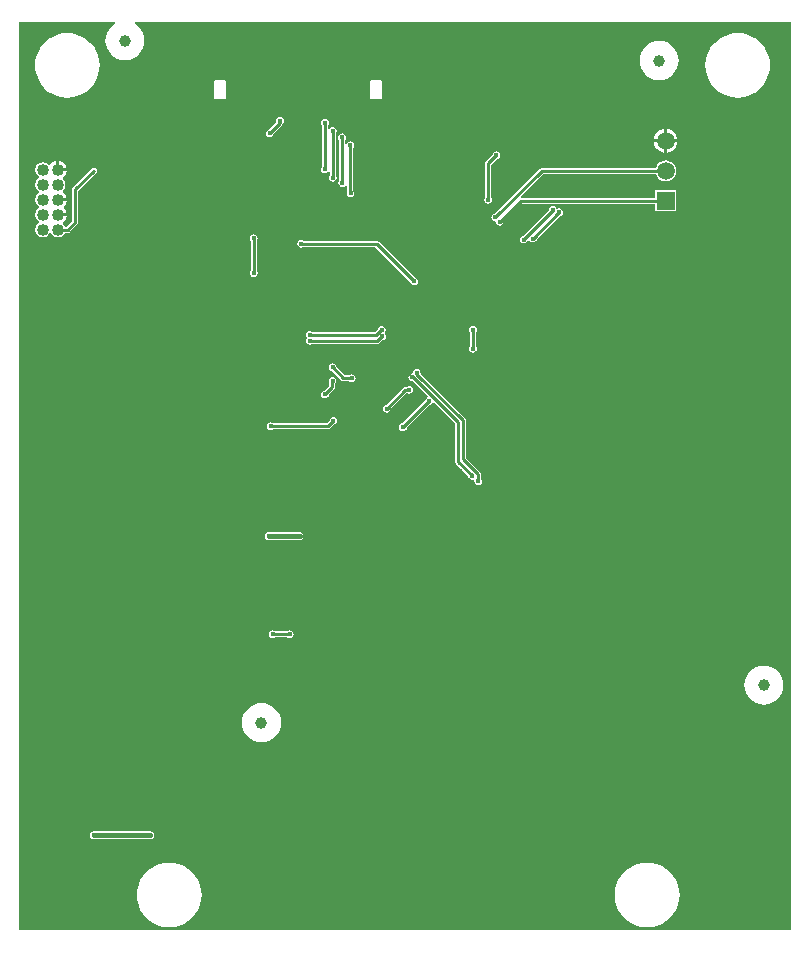
<source format=gbl>
G04*
G04 #@! TF.GenerationSoftware,Altium Limited,Altium Designer,21.5.1 (32)*
G04*
G04 Layer_Physical_Order=2*
G04 Layer_Color=16711680*
%FSLAX44Y44*%
%MOMM*%
G71*
G04*
G04 #@! TF.SameCoordinates,0E2919AE-DD84-4551-AE54-A21CBF32AF33*
G04*
G04*
G04 #@! TF.FilePolarity,Positive*
G04*
G01*
G75*
%ADD12C,0.2540*%
%ADD15C,0.3810*%
%ADD19C,1.0000*%
%ADD82C,1.0160*%
%ADD83R,1.5000X1.5000*%
%ADD84C,1.5000*%
%ADD85C,0.4000*%
G36*
X712228Y51056D02*
X58674D01*
Y819914D01*
X139502D01*
X139820Y818644D01*
X138831Y818116D01*
X136317Y816052D01*
X134254Y813539D01*
X132721Y810670D01*
X131777Y807558D01*
X131458Y804322D01*
X131777Y801085D01*
X132721Y797973D01*
X134254Y795105D01*
X136317Y792591D01*
X138831Y790528D01*
X141699Y788995D01*
X144811Y788051D01*
X148048Y787732D01*
X151285Y788051D01*
X154397Y788995D01*
X157265Y790528D01*
X159779Y792591D01*
X161842Y795105D01*
X163375Y797973D01*
X164319Y801085D01*
X164638Y804322D01*
X164319Y807558D01*
X163375Y810670D01*
X161842Y813539D01*
X159779Y816052D01*
X157265Y818116D01*
X156276Y818644D01*
X156594Y819914D01*
X712228D01*
Y51056D01*
D02*
G37*
%LPC*%
G36*
X600456Y803990D02*
X597220Y803671D01*
X594107Y802727D01*
X591239Y801194D01*
X588725Y799131D01*
X586662Y796617D01*
X585129Y793749D01*
X584185Y790637D01*
X583866Y787400D01*
X584185Y784164D01*
X585129Y781051D01*
X586662Y778183D01*
X588725Y775669D01*
X591239Y773606D01*
X594107Y772073D01*
X597220Y771129D01*
X600456Y770810D01*
X603693Y771129D01*
X606805Y772073D01*
X609673Y773606D01*
X612187Y775669D01*
X614250Y778183D01*
X615783Y781051D01*
X616727Y784164D01*
X617046Y787400D01*
X616727Y790637D01*
X615783Y793749D01*
X614250Y796617D01*
X612187Y799131D01*
X609673Y801194D01*
X606805Y802727D01*
X603693Y803671D01*
X600456Y803990D01*
D02*
G37*
G36*
X666842Y810691D02*
X662557Y810354D01*
X658378Y809351D01*
X654408Y807706D01*
X650743Y805460D01*
X647475Y802669D01*
X644684Y799401D01*
X642438Y795736D01*
X640793Y791765D01*
X639790Y787586D01*
X639453Y783302D01*
X639790Y779017D01*
X640793Y774838D01*
X642438Y770867D01*
X644684Y767203D01*
X647475Y763934D01*
X650743Y761143D01*
X654408Y758897D01*
X658378Y757253D01*
X662557Y756249D01*
X666842Y755912D01*
X671127Y756249D01*
X675306Y757253D01*
X679277Y758897D01*
X682941Y761143D01*
X686209Y763934D01*
X689000Y767203D01*
X691246Y770867D01*
X692891Y774838D01*
X693894Y779017D01*
X694231Y783302D01*
X693894Y787586D01*
X692891Y791765D01*
X691246Y795736D01*
X689000Y799401D01*
X686209Y802669D01*
X682941Y805460D01*
X679277Y807706D01*
X675306Y809351D01*
X671127Y810354D01*
X666842Y810691D01*
D02*
G37*
G36*
X99365D02*
X95080Y810354D01*
X90901Y809351D01*
X86931Y807706D01*
X83266Y805460D01*
X79998Y802669D01*
X77207Y799401D01*
X74961Y795736D01*
X73316Y791765D01*
X72313Y787586D01*
X71976Y783302D01*
X72313Y779017D01*
X73316Y774838D01*
X74961Y770867D01*
X77207Y767203D01*
X79998Y763934D01*
X83266Y761143D01*
X86931Y758897D01*
X90901Y757253D01*
X95080Y756249D01*
X99365Y755912D01*
X103650Y756249D01*
X107829Y757253D01*
X111800Y758897D01*
X115464Y761143D01*
X118732Y763934D01*
X121524Y767203D01*
X123769Y770867D01*
X125414Y774838D01*
X126417Y779017D01*
X126755Y783302D01*
X126417Y787586D01*
X125414Y791765D01*
X123769Y795736D01*
X121524Y799401D01*
X118732Y802669D01*
X115464Y805460D01*
X111800Y807706D01*
X107829Y809351D01*
X103650Y810354D01*
X99365Y810691D01*
D02*
G37*
G36*
X364642Y770695D02*
X356642D01*
X355670Y770292D01*
X355268Y769320D01*
Y756320D01*
X355670Y755348D01*
X356642Y754945D01*
X364642D01*
X365614Y755348D01*
X366017Y756320D01*
Y769320D01*
X365614Y770292D01*
X364642Y770695D01*
D02*
G37*
G36*
X232643D02*
X224643D01*
X223671Y770292D01*
X223268Y769320D01*
Y756320D01*
X223671Y755348D01*
X224643Y754945D01*
X232643D01*
X233615Y755348D01*
X234017Y756320D01*
Y769320D01*
X233615Y770292D01*
X232643Y770695D01*
D02*
G37*
G36*
X279387Y739667D02*
X278111Y739414D01*
X277030Y738691D01*
X276307Y737609D01*
X276053Y736333D01*
X276266Y735266D01*
X270100Y729100D01*
X269234Y728928D01*
X268153Y728205D01*
X267430Y727123D01*
X267176Y725847D01*
X267430Y724572D01*
X268153Y723490D01*
X269234Y722767D01*
X270510Y722513D01*
X271786Y722767D01*
X272868Y723490D01*
X273590Y724572D01*
X273762Y725437D01*
X280939Y732614D01*
X281501Y733454D01*
X281583Y733867D01*
X281745Y733976D01*
X282468Y735057D01*
X282721Y736333D01*
X282468Y737609D01*
X281745Y738691D01*
X280663Y739414D01*
X279387Y739667D01*
D02*
G37*
G36*
X607152Y729433D02*
Y720744D01*
X615841D01*
X615664Y722095D01*
X614652Y724537D01*
X613043Y726634D01*
X610945Y728244D01*
X608503Y729255D01*
X607152Y729433D01*
D02*
G37*
G36*
X604612D02*
X603261Y729255D01*
X600819Y728244D01*
X598721Y726634D01*
X597112Y724537D01*
X596101Y722095D01*
X595923Y720744D01*
X604612D01*
Y729433D01*
D02*
G37*
G36*
X615841Y718204D02*
X607152D01*
Y709514D01*
X608503Y709692D01*
X610945Y710704D01*
X613043Y712313D01*
X614652Y714410D01*
X615664Y716853D01*
X615841Y718204D01*
D02*
G37*
G36*
X604612D02*
X595923D01*
X596101Y716853D01*
X597112Y714410D01*
X598721Y712313D01*
X600819Y710704D01*
X603261Y709692D01*
X604612Y709514D01*
Y718204D01*
D02*
G37*
G36*
X89916Y702523D02*
X89197Y702428D01*
X87343Y701660D01*
X85751Y700439D01*
X84825Y699232D01*
X83384Y699103D01*
X83064Y699582D01*
X80964Y700986D01*
X78486Y701478D01*
X76008Y700986D01*
X73908Y699582D01*
X72504Y697482D01*
X72012Y695004D01*
X72504Y692526D01*
X73908Y690426D01*
X75479Y689377D01*
Y687932D01*
X73908Y686882D01*
X72504Y684782D01*
X72012Y682304D01*
X72504Y679826D01*
X73908Y677726D01*
X75479Y676676D01*
Y675231D01*
X73908Y674182D01*
X72504Y672082D01*
X72012Y669604D01*
X72504Y667126D01*
X73908Y665026D01*
X75479Y663977D01*
Y662532D01*
X73908Y661482D01*
X72504Y659382D01*
X72012Y656904D01*
X72504Y654426D01*
X73908Y652326D01*
X75479Y651276D01*
Y649831D01*
X73908Y648782D01*
X72504Y646682D01*
X72012Y644204D01*
X72504Y641726D01*
X73908Y639626D01*
X76008Y638222D01*
X78486Y637730D01*
X80964Y638222D01*
X83064Y639626D01*
X84114Y641197D01*
X85559D01*
X86608Y639626D01*
X88708Y638222D01*
X91186Y637730D01*
X93664Y638222D01*
X95764Y639626D01*
X97093Y641614D01*
X99568D01*
X100559Y641811D01*
X101399Y642373D01*
X107926Y648899D01*
X108487Y649740D01*
X108684Y650731D01*
Y677339D01*
X123847Y692502D01*
X124409Y693342D01*
X124606Y694333D01*
X124409Y695324D01*
X123847Y696165D01*
X123007Y696726D01*
X122016Y696923D01*
X121025Y696726D01*
X120185Y696165D01*
X104263Y680243D01*
X103702Y679403D01*
X103505Y678412D01*
Y651803D01*
X98495Y646794D01*
X97093D01*
X95764Y648782D01*
X95285Y649102D01*
X95414Y650544D01*
X96621Y651469D01*
X97842Y653061D01*
X98610Y654915D01*
X98705Y655634D01*
X91186D01*
Y658174D01*
X98705D01*
X98610Y658893D01*
X97842Y660747D01*
X96621Y662339D01*
X96255Y662619D01*
Y663889D01*
X96621Y664169D01*
X97842Y665761D01*
X98610Y667615D01*
X98705Y668334D01*
X91186D01*
Y670874D01*
X98705D01*
X98610Y671593D01*
X97842Y673447D01*
X96621Y675039D01*
X95414Y675965D01*
X95285Y677406D01*
X95764Y677726D01*
X97168Y679826D01*
X97660Y682304D01*
X97168Y684782D01*
X95764Y686882D01*
X95285Y687202D01*
X95414Y688643D01*
X96621Y689569D01*
X97842Y691161D01*
X98610Y693015D01*
X98705Y693734D01*
X91186D01*
Y695004D01*
X89916D01*
Y702523D01*
D02*
G37*
G36*
X92456D02*
Y696274D01*
X98705D01*
X98610Y696993D01*
X97842Y698847D01*
X96621Y700439D01*
X95029Y701660D01*
X93175Y702428D01*
X92456Y702523D01*
D02*
G37*
G36*
X605882Y702919D02*
X603593Y702618D01*
X601459Y701734D01*
X599627Y700328D01*
X598222Y698496D01*
X597462Y696663D01*
X501034D01*
X500043Y696466D01*
X499202Y695905D01*
X461415Y658117D01*
X460461Y657927D01*
X459379Y657205D01*
X458657Y656123D01*
X458403Y654847D01*
X458657Y653571D01*
X459379Y652490D01*
X460461Y651767D01*
X460866Y651686D01*
X461904Y651011D01*
X462140Y650298D01*
X462266Y649664D01*
X462989Y648582D01*
X464071Y647859D01*
X465346Y647606D01*
X466622Y647859D01*
X467704Y648582D01*
X468427Y649664D01*
X468599Y650530D01*
X484153Y666084D01*
X597112D01*
Y659904D01*
X614652D01*
Y677444D01*
X597112D01*
Y671263D01*
X483682D01*
X483156Y672533D01*
X502106Y691484D01*
X597462D01*
X598222Y689651D01*
X599627Y687819D01*
X601459Y686413D01*
X603593Y685529D01*
X605882Y685228D01*
X608172Y685529D01*
X610305Y686413D01*
X612137Y687819D01*
X613543Y689651D01*
X614426Y691784D01*
X614728Y694074D01*
X614426Y696363D01*
X613543Y698496D01*
X612137Y700328D01*
X610305Y701734D01*
X608172Y702618D01*
X605882Y702919D01*
D02*
G37*
G36*
X317386Y738043D02*
X316111Y737789D01*
X315029Y737066D01*
X314306Y735984D01*
X314052Y734708D01*
X314306Y733433D01*
X314797Y732699D01*
Y697208D01*
X314306Y696474D01*
X314052Y695198D01*
X314306Y693922D01*
X315029Y692840D01*
X316111Y692118D01*
X317386Y691864D01*
X318662Y692118D01*
X319744Y692840D01*
X320210Y693538D01*
X321480Y693153D01*
Y690299D01*
X321024Y689616D01*
X320770Y688340D01*
X321024Y687064D01*
X321746Y685983D01*
X322828Y685260D01*
X324104Y685006D01*
X325380Y685260D01*
X326461Y685983D01*
X327184Y687064D01*
X327438Y688340D01*
X327184Y689616D01*
X326660Y690401D01*
Y726186D01*
X327082Y726817D01*
X327336Y728093D01*
X327082Y729369D01*
X326359Y730451D01*
X325277Y731174D01*
X324002Y731428D01*
X322726Y731174D01*
X321644Y730451D01*
X321246Y729856D01*
X319976Y730241D01*
Y732699D01*
X320467Y733433D01*
X320720Y734708D01*
X320467Y735984D01*
X319744Y737066D01*
X318662Y737789D01*
X317386Y738043D01*
D02*
G37*
G36*
X331978Y725710D02*
X330702Y725456D01*
X329621Y724734D01*
X328898Y723652D01*
X328644Y722376D01*
X328898Y721100D01*
X329388Y720366D01*
Y685616D01*
X329062Y685128D01*
X328808Y683852D01*
X329062Y682576D01*
X329785Y681494D01*
X330867Y680772D01*
X332142Y680518D01*
X333418Y680772D01*
X334500Y681494D01*
X336201Y681760D01*
X336413Y681606D01*
Y677012D01*
X336010Y676408D01*
X335756Y675132D01*
X336010Y673856D01*
X336732Y672775D01*
X337814Y672052D01*
X339090Y671798D01*
X340366Y672052D01*
X341447Y672775D01*
X342170Y673856D01*
X342424Y675132D01*
X342170Y676408D01*
X341593Y677272D01*
Y713734D01*
X342083Y714468D01*
X342337Y715744D01*
X342083Y717019D01*
X341361Y718101D01*
X340279Y718824D01*
X339003Y719078D01*
X337727Y718824D01*
X336646Y718101D01*
X335923Y717019D01*
X335838Y716592D01*
X334568Y716717D01*
Y720366D01*
X335058Y721100D01*
X335312Y722376D01*
X335058Y723652D01*
X334336Y724734D01*
X333254Y725456D01*
X331978Y725710D01*
D02*
G37*
G36*
X462534Y710618D02*
X461258Y710365D01*
X460177Y709642D01*
X459454Y708560D01*
X459282Y707694D01*
X453810Y702223D01*
X453249Y701383D01*
X453052Y700392D01*
Y671554D01*
X452561Y670820D01*
X452308Y669544D01*
X452561Y668268D01*
X453284Y667187D01*
X454366Y666464D01*
X455642Y666210D01*
X456917Y666464D01*
X457999Y667187D01*
X458722Y668268D01*
X458976Y669544D01*
X458722Y670820D01*
X458231Y671554D01*
Y699319D01*
X462944Y704032D01*
X463810Y704204D01*
X464892Y704927D01*
X465614Y706008D01*
X465868Y707284D01*
X465614Y708560D01*
X464892Y709642D01*
X463810Y710365D01*
X462534Y710618D01*
D02*
G37*
G36*
X510443Y664496D02*
X509167Y664242D01*
X508086Y663520D01*
X507363Y662438D01*
X507127Y661251D01*
X484963Y639087D01*
X484419Y638979D01*
X483337Y638256D01*
X482614Y637175D01*
X482360Y635899D01*
X482614Y634623D01*
X483337Y633541D01*
X484419Y632819D01*
X485695Y632565D01*
X486970Y632819D01*
X488052Y633541D01*
X488775Y634623D01*
X488784Y634669D01*
X490255Y635555D01*
X490478Y635488D01*
X491200Y634406D01*
X492282Y633684D01*
X493558Y633430D01*
X494834Y633684D01*
X495915Y634406D01*
X496638Y635488D01*
X496810Y636354D01*
X516092Y655636D01*
X516896Y655796D01*
X517977Y656518D01*
X518700Y657600D01*
X518954Y658876D01*
X518700Y660152D01*
X517977Y661234D01*
X516896Y661956D01*
X515620Y662210D01*
X514344Y661956D01*
X513294Y662782D01*
X512801Y663520D01*
X511719Y664242D01*
X510443Y664496D01*
D02*
G37*
G36*
X257048Y640366D02*
X255772Y640112D01*
X254690Y639389D01*
X253968Y638308D01*
X253714Y637032D01*
X253968Y635756D01*
X254553Y634881D01*
Y609624D01*
X254062Y608890D01*
X253808Y607615D01*
X254062Y606339D01*
X254785Y605257D01*
X255867Y604534D01*
X257143Y604281D01*
X258418Y604534D01*
X259500Y605257D01*
X260223Y606339D01*
X260476Y607615D01*
X260223Y608890D01*
X259732Y609624D01*
Y635163D01*
X260128Y635756D01*
X260382Y637032D01*
X260128Y638308D01*
X259405Y639389D01*
X258324Y640112D01*
X257048Y640366D01*
D02*
G37*
G36*
X297372Y635697D02*
X296097Y635444D01*
X295015Y634721D01*
X294292Y633639D01*
X294038Y632363D01*
X294292Y631087D01*
X295015Y630006D01*
X296097Y629283D01*
X297372Y629029D01*
X298648Y629283D01*
X299382Y629773D01*
X360171D01*
X389811Y600134D01*
X389983Y599268D01*
X390706Y598186D01*
X391788Y597463D01*
X393064Y597209D01*
X394339Y597463D01*
X395421Y598186D01*
X396144Y599268D01*
X396398Y600544D01*
X396144Y601819D01*
X395421Y602901D01*
X394339Y603624D01*
X393474Y603796D01*
X363075Y634194D01*
X362235Y634756D01*
X361244Y634953D01*
X299382D01*
X298648Y635444D01*
X297372Y635697D01*
D02*
G37*
G36*
X365434Y562841D02*
X364158Y562587D01*
X363076Y561864D01*
X362353Y560783D01*
X362279Y560410D01*
X359893Y558024D01*
X306556D01*
X305822Y558514D01*
X304546Y558768D01*
X303270Y558514D01*
X302188Y557791D01*
X301466Y556710D01*
X301212Y555434D01*
X301466Y554158D01*
X302188Y553077D01*
Y552522D01*
X301466Y551440D01*
X301212Y550164D01*
X301466Y548888D01*
X302188Y547807D01*
X303270Y547084D01*
X304546Y546830D01*
X305822Y547084D01*
X306556Y547574D01*
X361721D01*
X362712Y547771D01*
X363552Y548333D01*
X365756Y550536D01*
X365811Y550525D01*
X367087Y550779D01*
X368169Y551502D01*
X368891Y552583D01*
X369145Y553859D01*
X368891Y555135D01*
X368169Y556217D01*
X368182Y557735D01*
X368514Y558231D01*
X368768Y559507D01*
X368514Y560783D01*
X367791Y561864D01*
X366709Y562587D01*
X365434Y562841D01*
D02*
G37*
G36*
X442722D02*
X441446Y562587D01*
X440364Y561864D01*
X439642Y560783D01*
X439388Y559507D01*
X439642Y558231D01*
X440132Y557497D01*
Y545570D01*
X439642Y544836D01*
X439388Y543560D01*
X439642Y542284D01*
X440364Y541203D01*
X441446Y540480D01*
X442722Y540226D01*
X443998Y540480D01*
X445079Y541203D01*
X445802Y542284D01*
X446056Y543560D01*
X445802Y544836D01*
X445312Y545570D01*
Y557497D01*
X445802Y558231D01*
X446056Y559507D01*
X445802Y560783D01*
X445079Y561864D01*
X443998Y562587D01*
X442722Y562841D01*
D02*
G37*
G36*
X323850Y531146D02*
X322574Y530892D01*
X321493Y530169D01*
X320770Y529088D01*
X320516Y527812D01*
X320770Y526536D01*
X321493Y525454D01*
X322574Y524732D01*
X323440Y524560D01*
X331312Y516688D01*
X332152Y516127D01*
X333143Y515929D01*
X338021D01*
X338755Y515439D01*
X340031Y515185D01*
X341306Y515439D01*
X342388Y516162D01*
X343111Y517243D01*
X343365Y518519D01*
X343111Y519795D01*
X342388Y520877D01*
X341306Y521599D01*
X340031Y521853D01*
X338755Y521599D01*
X338021Y521109D01*
X334216D01*
X327103Y528222D01*
X326930Y529088D01*
X326208Y530169D01*
X325126Y530892D01*
X323850Y531146D01*
D02*
G37*
G36*
X388919Y512096D02*
X387643Y511842D01*
X386562Y511119D01*
X386530Y511072D01*
X385388D01*
X384398Y510875D01*
X383557Y510314D01*
X369248Y496005D01*
X368382Y495833D01*
X367301Y495110D01*
X366578Y494028D01*
X366324Y492752D01*
X366578Y491476D01*
X367301Y490395D01*
X368382Y489672D01*
X369658Y489418D01*
X370934Y489672D01*
X372016Y490395D01*
X372738Y491476D01*
X372911Y492342D01*
X386461Y505893D01*
X387327D01*
X387643Y505682D01*
X388919Y505428D01*
X390195Y505682D01*
X391277Y506404D01*
X391999Y507486D01*
X392253Y508762D01*
X391999Y510038D01*
X391277Y511119D01*
X390195Y511842D01*
X388919Y512096D01*
D02*
G37*
G36*
X323850Y519462D02*
X322574Y519208D01*
X321493Y518485D01*
X320770Y517404D01*
X320516Y516128D01*
X320770Y514852D01*
X320981Y514536D01*
Y512176D01*
X316863Y508059D01*
X316186Y507924D01*
X315105Y507201D01*
X314382Y506120D01*
X314128Y504844D01*
X314382Y503568D01*
X315105Y502486D01*
X316186Y501763D01*
X317462Y501510D01*
X318738Y501763D01*
X319820Y502486D01*
X320542Y503568D01*
X320752Y504623D01*
X325402Y509272D01*
X325963Y510112D01*
X326160Y511104D01*
Y513739D01*
X326208Y513770D01*
X326930Y514852D01*
X327184Y516128D01*
X326930Y517404D01*
X326208Y518485D01*
X325126Y519208D01*
X323850Y519462D01*
D02*
G37*
G36*
X324678Y485997D02*
X323402Y485743D01*
X322321Y485020D01*
X321598Y483939D01*
X321426Y483073D01*
X318826Y480474D01*
X273536D01*
X272802Y480964D01*
X271526Y481218D01*
X270250Y480964D01*
X269168Y480242D01*
X268446Y479160D01*
X268192Y477884D01*
X268446Y476608D01*
X269168Y475527D01*
X270250Y474804D01*
X271526Y474550D01*
X272802Y474804D01*
X273536Y475294D01*
X319899D01*
X320890Y475491D01*
X321730Y476053D01*
X325088Y479411D01*
X325954Y479583D01*
X327035Y480305D01*
X327758Y481387D01*
X328012Y482663D01*
X327758Y483939D01*
X327035Y485020D01*
X325954Y485743D01*
X324678Y485997D01*
D02*
G37*
G36*
X395189Y526171D02*
X393913Y525918D01*
X392832Y525195D01*
X392109Y524113D01*
X392013Y523630D01*
X391463Y522445D01*
X390187Y522191D01*
X389105Y521468D01*
X388383Y520387D01*
X388129Y519111D01*
X388383Y517835D01*
X389105Y516753D01*
X390187Y516031D01*
X391463Y515777D01*
X392050Y515894D01*
X404561Y503383D01*
X404143Y502005D01*
X403980Y501972D01*
X402899Y501249D01*
X402176Y500168D01*
X402004Y499302D01*
X383036Y480334D01*
X382170Y480162D01*
X381088Y479439D01*
X380366Y478358D01*
X380112Y477082D01*
X380366Y475806D01*
X381088Y474724D01*
X382170Y474002D01*
X383446Y473748D01*
X384722Y474002D01*
X385804Y474724D01*
X386526Y475806D01*
X386698Y476672D01*
X405666Y495639D01*
X406532Y495812D01*
X407614Y496534D01*
X408336Y497616D01*
X408369Y497779D01*
X409747Y498197D01*
X427853Y480090D01*
Y447889D01*
X428050Y446898D01*
X428612Y446058D01*
X438719Y435951D01*
X438971Y434680D01*
X439694Y433598D01*
X440776Y432876D01*
X442052Y432622D01*
X442966Y432803D01*
X443837Y432167D01*
X444070Y431844D01*
X443960Y431292D01*
X444214Y430016D01*
X444936Y428935D01*
X446018Y428212D01*
X447294Y427958D01*
X448570Y428212D01*
X449651Y428935D01*
X450374Y430016D01*
X450628Y431292D01*
X450374Y432568D01*
X449884Y433302D01*
Y437134D01*
X449687Y438125D01*
X449125Y438965D01*
X436843Y451248D01*
Y482741D01*
X436646Y483732D01*
X436084Y484572D01*
X398406Y522250D01*
X398523Y522837D01*
X398270Y524113D01*
X397547Y525195D01*
X396465Y525918D01*
X395189Y526171D01*
D02*
G37*
G36*
X295910Y388144D02*
X295414Y388045D01*
X270446D01*
X269960Y388142D01*
X268684Y387888D01*
X267602Y387166D01*
X266879Y386084D01*
X266625Y384808D01*
X266879Y383532D01*
X267602Y382451D01*
X268684Y381728D01*
X269960Y381474D01*
X270446Y381571D01*
X295432D01*
X295910Y381476D01*
X297186Y381730D01*
X298267Y382453D01*
X298990Y383534D01*
X299244Y384810D01*
X298990Y386086D01*
X298267Y387168D01*
X297186Y387890D01*
X295910Y388144D01*
D02*
G37*
G36*
X287528Y305086D02*
X286252Y304832D01*
X285518Y304342D01*
X275314D01*
X274580Y304832D01*
X273304Y305086D01*
X272028Y304832D01*
X270947Y304109D01*
X270224Y303028D01*
X269970Y301752D01*
X270224Y300476D01*
X270947Y299394D01*
X272028Y298672D01*
X273304Y298418D01*
X274580Y298672D01*
X275314Y299162D01*
X285518D01*
X286252Y298672D01*
X287528Y298418D01*
X288804Y298672D01*
X289886Y299394D01*
X290608Y300476D01*
X290862Y301752D01*
X290608Y303028D01*
X289886Y304109D01*
X288804Y304832D01*
X287528Y305086D01*
D02*
G37*
G36*
X689102Y275162D02*
X685865Y274843D01*
X682753Y273899D01*
X679885Y272366D01*
X677371Y270303D01*
X675308Y267789D01*
X673775Y264921D01*
X672831Y261808D01*
X672512Y258572D01*
X672831Y255336D01*
X673775Y252223D01*
X675308Y249355D01*
X677371Y246841D01*
X679885Y244778D01*
X682753Y243245D01*
X685865Y242301D01*
X689102Y241982D01*
X692338Y242301D01*
X695451Y243245D01*
X698319Y244778D01*
X700833Y246841D01*
X702896Y249355D01*
X704429Y252223D01*
X705373Y255336D01*
X705692Y258572D01*
X705373Y261808D01*
X704429Y264921D01*
X702896Y267789D01*
X700833Y270303D01*
X698319Y272366D01*
X695451Y273899D01*
X692338Y274843D01*
X689102Y275162D01*
D02*
G37*
G36*
X263698Y243472D02*
X260462Y243153D01*
X257349Y242209D01*
X254481Y240676D01*
X251967Y238613D01*
X249904Y236099D01*
X248371Y233231D01*
X247427Y230119D01*
X247108Y226882D01*
X247427Y223645D01*
X248371Y220533D01*
X249904Y217665D01*
X251967Y215151D01*
X254481Y213088D01*
X257349Y211555D01*
X260462Y210611D01*
X263698Y210292D01*
X266935Y210611D01*
X270047Y211555D01*
X272915Y213088D01*
X275429Y215151D01*
X277492Y217665D01*
X279025Y220533D01*
X279969Y223645D01*
X280288Y226882D01*
X279969Y230119D01*
X279025Y233231D01*
X277492Y236099D01*
X275429Y238613D01*
X272915Y240676D01*
X270047Y242209D01*
X266935Y243153D01*
X263698Y243472D01*
D02*
G37*
G36*
X169626Y134906D02*
X169139Y134809D01*
X122153D01*
X121666Y134906D01*
X120390Y134652D01*
X119309Y133930D01*
X118586Y132848D01*
X118332Y131572D01*
X118586Y130296D01*
X119309Y129214D01*
X120390Y128492D01*
X121666Y128238D01*
X122153Y128335D01*
X169139D01*
X169626Y128238D01*
X170902Y128492D01*
X171984Y129214D01*
X172706Y130296D01*
X172960Y131572D01*
X172706Y132848D01*
X171984Y133930D01*
X170902Y134652D01*
X169626Y134906D01*
D02*
G37*
G36*
X590296Y108415D02*
X586011Y108078D01*
X581832Y107075D01*
X577862Y105430D01*
X574197Y103184D01*
X570929Y100393D01*
X568138Y97125D01*
X565892Y93461D01*
X564247Y89490D01*
X563244Y85311D01*
X562907Y81026D01*
X563244Y76741D01*
X564247Y72562D01*
X565892Y68591D01*
X568138Y64927D01*
X570929Y61659D01*
X574197Y58868D01*
X577862Y56622D01*
X581832Y54977D01*
X586011Y53974D01*
X590296Y53637D01*
X594581Y53974D01*
X598760Y54977D01*
X602730Y56622D01*
X606395Y58868D01*
X609663Y61659D01*
X612454Y64927D01*
X614700Y68591D01*
X616345Y72562D01*
X617348Y76741D01*
X617685Y81026D01*
X617348Y85311D01*
X616345Y89490D01*
X614700Y93461D01*
X612454Y97125D01*
X609663Y100393D01*
X606395Y103184D01*
X602730Y105430D01*
X598760Y107075D01*
X594581Y108078D01*
X590296Y108415D01*
D02*
G37*
G36*
X185674D02*
X181389Y108078D01*
X177210Y107075D01*
X173239Y105430D01*
X169575Y103184D01*
X166307Y100393D01*
X163515Y97125D01*
X161270Y93461D01*
X159625Y89490D01*
X158622Y85311D01*
X158285Y81026D01*
X158622Y76741D01*
X159625Y72562D01*
X161270Y68591D01*
X163515Y64927D01*
X166307Y61659D01*
X169575Y58868D01*
X173239Y56622D01*
X177210Y54977D01*
X181389Y53974D01*
X185674Y53637D01*
X189959Y53974D01*
X194138Y54977D01*
X198109Y56622D01*
X201773Y58868D01*
X205041Y61659D01*
X207833Y64927D01*
X210078Y68591D01*
X211723Y72562D01*
X212726Y76741D01*
X213063Y81026D01*
X212726Y85311D01*
X211723Y89490D01*
X210078Y93461D01*
X207833Y97125D01*
X205041Y100393D01*
X201773Y103184D01*
X198109Y105430D01*
X194138Y107075D01*
X189959Y108078D01*
X185674Y108415D01*
D02*
G37*
%LPD*%
D12*
X383446Y477082D02*
X405256Y498892D01*
X392176Y519430D02*
X430443Y481163D01*
X394870Y522124D02*
X434253Y482741D01*
X385388Y508483D02*
X388640D01*
X369658Y492752D02*
X385388Y508483D01*
X388640D02*
X388919Y508762D01*
X442722Y543560D02*
Y559507D01*
X295908Y384808D02*
X295910Y384810D01*
X279108Y736054D02*
X279387Y736333D01*
X279108Y734445D02*
Y736054D01*
X270510Y725847D02*
X279108Y734445D01*
X455642Y700392D02*
X462534Y707284D01*
X455642Y669544D02*
Y700392D01*
X106095Y678412D02*
X122016Y694333D01*
X257048Y637032D02*
X257143Y636937D01*
Y607615D02*
Y636937D01*
X99568Y644204D02*
X106095Y650731D01*
X91186Y644204D02*
X99568D01*
X106095Y650731D02*
Y678412D01*
X273304Y301752D02*
X287528D01*
X447294Y431292D02*
Y437134D01*
X434253Y450175D02*
X447294Y437134D01*
X297372Y632363D02*
X361244D01*
X393064Y600544D01*
X365038Y559507D02*
X365434D01*
X360965Y555434D02*
X365038Y559507D01*
X361721Y550164D02*
X365416Y553859D01*
X304546Y550164D02*
X361721D01*
X365416Y553859D02*
X365811D01*
X304546Y555434D02*
X360965D01*
X483081Y668674D02*
X605882D01*
X465346Y650940D02*
X483081Y668674D01*
X501034Y694074D02*
X605882D01*
X461807Y654847D02*
X501034Y694074D01*
X485695Y635899D02*
Y636156D01*
X510443Y660905D02*
Y661162D01*
X485695Y636156D02*
X510443Y660905D01*
X515620Y658826D02*
Y658876D01*
X493558Y636764D02*
X515620Y658826D01*
X461737Y654847D02*
X461807D01*
X323850Y527812D02*
X333143Y518519D01*
X340031D01*
X271526Y477884D02*
X319899D01*
X324678Y482663D01*
X317462Y504995D02*
X323571Y511104D01*
X317462Y504844D02*
Y504995D01*
X323571Y511104D02*
Y515849D01*
X323850Y516128D01*
X430443Y447889D02*
X442052Y436280D01*
X434253Y450175D02*
Y482741D01*
X442052Y435956D02*
Y436280D01*
X430443Y447889D02*
Y481163D01*
X394870Y522518D02*
X395189Y522837D01*
X394870Y522124D02*
Y522518D01*
X391463Y519111D02*
X391782Y519430D01*
X392176D01*
X339003Y675219D02*
Y715744D01*
Y675219D02*
X339090Y675132D01*
X317386Y695198D02*
Y734708D01*
X324002Y728093D02*
X324070Y728025D01*
Y688374D02*
Y728025D01*
Y688374D02*
X324104Y688340D01*
X331978Y684016D02*
Y722376D01*
Y684016D02*
X332142Y683852D01*
D15*
X121666Y131572D02*
X169626D01*
X269960Y384808D02*
X295908D01*
D19*
X263698Y226882D02*
D03*
X689102Y258572D02*
D03*
X600456Y787400D02*
D03*
X148048Y804322D02*
D03*
D82*
X78486Y669604D02*
D03*
X91186D02*
D03*
Y656904D02*
D03*
X78486D02*
D03*
Y644204D02*
D03*
X91186D02*
D03*
Y682304D02*
D03*
X78486D02*
D03*
Y695004D02*
D03*
X91186D02*
D03*
D83*
X605882Y668674D02*
D03*
D84*
Y694074D02*
D03*
Y719474D02*
D03*
D85*
X405256Y498892D02*
D03*
X388919Y508762D02*
D03*
X383446Y477082D02*
D03*
X442722Y559507D02*
D03*
Y543560D02*
D03*
X369658Y492752D02*
D03*
X354876Y477600D02*
D03*
X169626Y131572D02*
D03*
X121666D02*
D03*
X111506Y79502D02*
D03*
X287528Y301752D02*
D03*
X295910Y384810D02*
D03*
X519898Y283384D02*
D03*
Y318944D02*
D03*
X426227Y209911D02*
D03*
X411876Y311423D02*
D03*
X439886Y310103D02*
D03*
X474709Y434639D02*
D03*
X485598Y420038D02*
D03*
X300542Y258122D02*
D03*
X447294Y431292D02*
D03*
X432079Y439832D02*
D03*
X534046Y505474D02*
D03*
X506030Y474179D02*
D03*
X257048Y637032D02*
D03*
X257143Y607615D02*
D03*
X333501Y579492D02*
D03*
X106523Y588226D02*
D03*
X128366Y677275D02*
D03*
X393064Y600544D02*
D03*
X297372Y632363D02*
D03*
X365434Y559507D02*
D03*
X365811Y553859D02*
D03*
X304546Y550164D02*
D03*
Y555434D02*
D03*
X660686Y189070D02*
D03*
X111982Y328450D02*
D03*
X465346Y505474D02*
D03*
X477520Y508762D02*
D03*
X269960Y384808D02*
D03*
X109115Y169070D02*
D03*
X455642Y669544D02*
D03*
X462534Y707284D02*
D03*
X273304Y301752D02*
D03*
X327085Y345694D02*
D03*
X348802Y308610D02*
D03*
X381671Y209206D02*
D03*
X359530Y217992D02*
D03*
X312480D02*
D03*
X263698Y294149D02*
D03*
X169037Y299208D02*
D03*
X110744Y511104D02*
D03*
X462671Y446502D02*
D03*
X403670Y726433D02*
D03*
X350637Y718727D02*
D03*
X206121Y730758D02*
D03*
X313690Y588772D02*
D03*
X233796Y660230D02*
D03*
X230743Y706479D02*
D03*
X261508Y706951D02*
D03*
X276741D02*
D03*
X292009Y706567D02*
D03*
X246126Y706479D02*
D03*
X98552Y545084D02*
D03*
X180848Y546100D02*
D03*
X181102Y431038D02*
D03*
X430443Y664210D02*
D03*
X540512Y593344D02*
D03*
X272288Y753872D02*
D03*
X510443Y661162D02*
D03*
X515620Y658876D02*
D03*
X485695Y635899D02*
D03*
X493558Y636764D02*
D03*
X461737Y654847D02*
D03*
X465346Y650940D02*
D03*
X340031Y518519D02*
D03*
X323850Y527812D02*
D03*
X271526Y477884D02*
D03*
X324678Y482663D02*
D03*
X317462Y504844D02*
D03*
X323850Y516128D02*
D03*
X388919Y736333D02*
D03*
X442052Y435956D02*
D03*
X395189Y522837D02*
D03*
X391463Y519111D02*
D03*
X270510Y725847D02*
D03*
X279387Y736333D02*
D03*
X267734Y499884D02*
D03*
X230743D02*
D03*
X98298Y431038D02*
D03*
X324104Y688340D02*
D03*
X317386Y695198D02*
D03*
X332142Y683852D02*
D03*
X339090Y675132D02*
D03*
X500126Y538734D02*
D03*
X513238Y557352D02*
D03*
X324002Y728093D02*
D03*
X339003Y715744D02*
D03*
X317386Y734708D02*
D03*
X331978Y722376D02*
D03*
X344349Y257868D02*
D03*
X328736Y258122D02*
D03*
X661924Y99822D02*
D03*
X474980Y102870D02*
D03*
X364236D02*
D03*
X253492D02*
D03*
X249225Y499884D02*
D03*
X206840Y715944D02*
D03*
M02*

</source>
